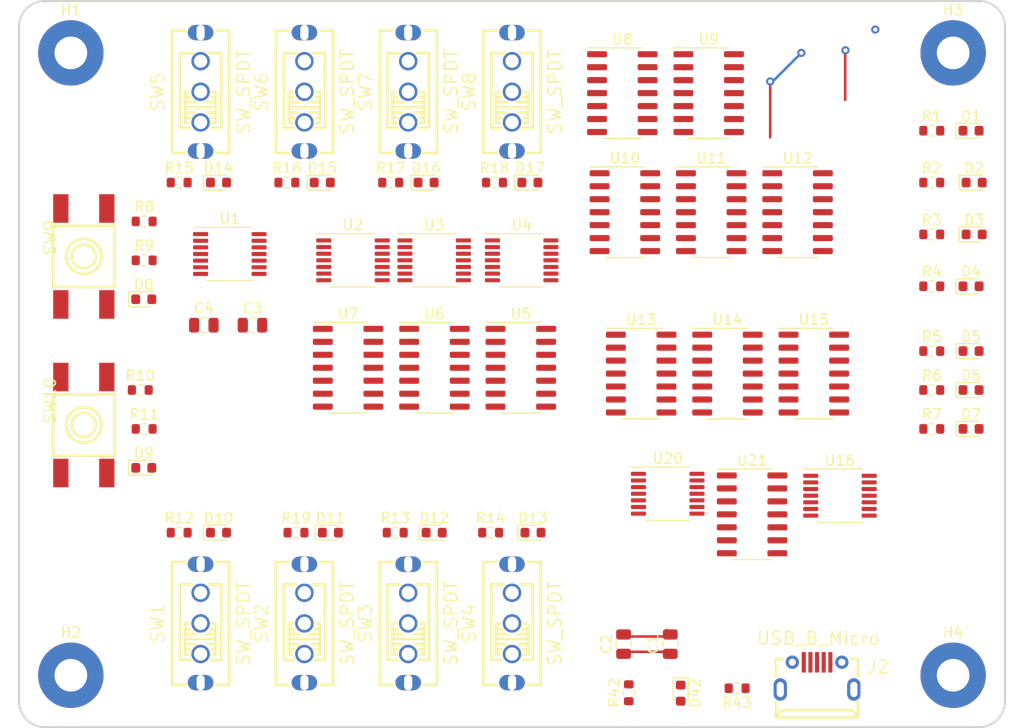
<source format=kicad_pcb>
(kicad_pcb (version 20171130) (host pcbnew 5.1.9-1.fc33)
  (layers (0 F.Cu signal) (1 In1.Cu signal) (2 In2.Cu signal) (31 B.Cu signal) (34 B.Paste user) (35 F.Paste user) (36 B.SilkS user) (37 F.SilkS user) (38 B.Mask user) (39 F.Mask user) (44 Edge.Cuts user))
  (net 0 "")
  (net 1 +5V)
  (net 2 GND)
  (net 3 "Net-(D2-Pad1)")
  (net 4 "Net-(D3-Pad1)")
  (net 5 "Net-(D4-Pad1)")
  (net 6 "Net-(D5-Pad1)")
  (net 7 "Net-(D6-Pad1)")
  (net 8 "Net-(U1-Pad12)")
  (net 9 "Net-(J2-Pad2)")
  (net 10 "Net-(J2-Pad3)")
  (net 11 "Net-(J2-Pad4)")
  (net 12 "Net-(H1-Pad1)")
  (net 13 "Net-(H2-Pad1)")
  (net 14 "Net-(H3-Pad1)")
  (net 15 "Net-(H4-Pad1)")
  (net 16 "Net-(U2-Pad6)")
  (net 17 "Net-(U2-Pad8)")
  (net 18 "Net-(U2-Pad11)")
  (net 19 "Net-(U2-Pad3)")
  (net 20 "Net-(U3-Pad3)")
  (net 21 "Net-(U3-Pad12)")
  (net 22 "Net-(U3-Pad13)")
  (net 23 "Net-(U4-Pad3)")
  (net 24 "Net-(U4-Pad5)")
  (net 25 "Net-(U4-Pad12)")
  (net 26 "Net-(U5-Pad3)")
  (net 27 "Net-(U5-Pad6)")
  (net 28 "Net-(U5-Pad8)")
  (net 29 "Net-(U5-Pad11)")
  (net 30 "Net-(C3-Pad1)")
  (net 31 "Net-(C4-Pad1)")
  (net 32 /SheetOutput/IN_Y0)
  (net 33 "Net-(D1-Pad1)")
  (net 34 /SheetOutput/IN_Y1)
  (net 35 /SheetOutput/IN_Y2)
  (net 36 /SheetOutput/IN_NF)
  (net 37 /SheetOutput/IN_OF)
  (net 38 /SheetOutput/IN_ZF)
  (net 39 "Net-(D7-Pad1)")
  (net 40 /SheetALU/IN_OP0)
  (net 41 "Net-(D8-Pad1)")
  (net 42 /SheetALU/IN_OP1)
  (net 43 "Net-(D9-Pad1)")
  (net 44 /SheetALU/IN_A0)
  (net 45 "Net-(D10-Pad1)")
  (net 46 /SheetALU/IN_A1)
  (net 47 "Net-(D11-Pad1)")
  (net 48 /SheetALU/IN_A2)
  (net 49 "Net-(D12-Pad1)")
  (net 50 /SheetALU/IN_A3)
  (net 51 "Net-(D13-Pad1)")
  (net 52 /SheetALU/IN_B0)
  (net 53 "Net-(D14-Pad1)")
  (net 54 /SheetALU/IN_B1)
  (net 55 "Net-(D15-Pad1)")
  (net 56 /SheetALU/IN_B2)
  (net 57 "Net-(D16-Pad1)")
  (net 58 /SheetALU/IN_B3)
  (net 59 "Net-(D17-Pad1)")
  (net 60 "Net-(D42-Pad2)")
  (net 61 "Net-(U1-Pad2)")
  (net 62 /SheetALU/SheetOperationMux/IN_A1)
  (net 63 /SheetALU/SheetOperationMux/IN_A0)
  (net 64 "Net-(U16-Pad1)")
  (net 65 /SheetALU/SheetOperationMux/IN_A3)
  (net 66 /SheetALU/SheetOperationMux/IN_A2)
  (net 67 "Net-(U6-Pad11)")
  (net 68 "Net-(U6-Pad8)")
  (net 69 "Net-(U6-Pad6)")
  (net 70 "Net-(U6-Pad3)")
  (net 71 "Net-(U16-Pad2)")
  (net 72 /SheetALU/SheetLogic/sheet6027A5E8/IN_A3)
  (net 73 /SheetALU/SheetLogic/sheet6027A5E8/IN_A2)
  (net 74 /SheetALU/SheetLogic/sheet6027A5E8/IN_A1)
  (net 75 /SheetALU/SheetLogic/sheet6027A5E8/IN_A0)
  (net 76 /SheetALU/SheetLogic/sheet6027A5E8/IN_B3)
  (net 77 /SheetALU/SheetLogic/sheet6027A5E8/IN_B2)
  (net 78 /SheetALU/SheetLogic/sheet6027A5E8/IN_B1)
  (net 79 /SheetALU/SheetLogic/sheet6027A5E8/IN_B0)
  (net 80 /SheetALU/SheetLogic/IN_NOT_OR)
  (net 81 "Net-(U10-Pad11)")
  (net 82 "Net-(U10-Pad8)")
  (net 83 "Net-(U10-Pad6)")
  (net 84 "Net-(U10-Pad3)")
  (net 85 "Net-(U11-Pad11)")
  (net 86 "Net-(U11-Pad8)")
  (net 87 "Net-(U11-Pad6)")
  (net 88 "Net-(U11-Pad3)")
  (net 89 /SheetALU/SheetOperationMux/IN_B3)
  (net 90 /SheetALU/SheetOperationMux/IN_B2)
  (net 91 /SheetALU/SheetOperationMux/IN_B1)
  (net 92 /SheetALU/SheetOperationMux/IN_B0)
  (net 93 /SheetALU/SheetOperationMux/IN_NOT_OP)
  (net 94 "Net-(U13-Pad11)")
  (net 95 "Net-(U13-Pad8)")
  (net 96 "Net-(U13-Pad6)")
  (net 97 "Net-(U13-Pad3)")
  (net 98 "Net-(U14-Pad11)")
  (net 99 "Net-(U14-Pad8)")
  (net 100 "Net-(U14-Pad6)")
  (net 101 "Net-(U14-Pad3)")
  (net 102 "Net-(U16-Pad13)")
  (net 103 "Net-(U16-Pad12)")
  (net 104 "Net-(U16-Pad11)")
  (net 105 "Net-(U16-Pad10)")
  (net 106 "Net-(U16-Pad9)")
  (net 107 "Net-(U16-Pad8)")
  (net 108 "Net-(U16-Pad5)")
  (net 109 /SheetALU/SheetAdder/OUT_OF)
  (net 110 "Net-(U20-Pad1)")
  (net 111 "Net-(U21-Pad13)")
  (net 112 "Net-(U21-Pad12)")
  (net 113 "Net-(U21-Pad11)")
  (net 114 "Net-(U21-Pad10)")
  (net 115 "Net-(U21-Pad3)")
  (module Package_SO:SOIC-14_3.9x8.7mm_P1.27mm (layer F.Cu) (at 112.4 75.68)
    (fp_text reference U21 (at 0 -5.28) (layer F.SilkS))
    (fp_text value 74HC32)
    (pad 14 smd roundrect (at 2.475 -3.81) (size 1.95 0.6) (layers F.Cu F.Paste F.Mask) (net 1 +5V))
    (pad 13 smd roundrect (at 2.475 -2.54) (size 1.95 0.6) (layers F.Cu F.Paste F.Mask) (net 111 "Net-(U21-Pad13)"))
    (pad 12 smd roundrect (at 2.475 -1.27) (size 1.95 0.6) (layers F.Cu F.Paste F.Mask) (net 112 "Net-(U21-Pad12)"))
    (pad 11 smd roundrect (at 2.475 0) (size 1.95 0.6) (layers F.Cu F.Paste F.Mask) (net 113 "Net-(U21-Pad11)"))
    (pad 10 smd roundrect (at 2.475 1.27) (size 1.95 0.6) (layers F.Cu F.Paste F.Mask) (net 114 "Net-(U21-Pad10)"))
    (pad 9 smd roundrect (at 2.475 2.54) (size 1.95 0.6) (layers F.Cu F.Paste F.Mask) (net 115 "Net-(U21-Pad3)"))
    (pad 8 smd roundrect (at 2.475 3.81) (size 1.95 0.6) (layers F.Cu F.Paste F.Mask) (net 110 "Net-(U20-Pad1)"))
    (pad 7 smd roundrect (at -2.475 3.81) (size 1.95 0.6) (layers F.Cu F.Paste F.Mask) (net 2 GND))
    (pad 6 smd roundrect (at -2.475 2.54) (size 1.95 0.6) (layers F.Cu F.Paste F.Mask) (net 114 "Net-(U21-Pad10)"))
    (pad 5 smd roundrect (at -2.475 1.27) (size 1.95 0.6) (layers F.Cu F.Paste F.Mask) (net 32 /SheetOutput/IN_Y0))
    (pad 4 smd roundrect (at -2.475 0) (size 1.95 0.6) (layers F.Cu F.Paste F.Mask) (net 34 /SheetOutput/IN_Y1))
    (pad 3 smd roundrect (at -2.475 -1.27) (size 1.95 0.6) (layers F.Cu F.Paste F.Mask) (net 115 "Net-(U21-Pad3)"))
    (pad 2 smd roundrect (at -2.475 -2.54) (size 1.95 0.6) (layers F.Cu F.Paste F.Mask) (net 35 /SheetOutput/IN_Y2))
    (pad 1 smd roundrect (at -2.475 -3.81) (size 1.95 0.6) (layers F.Cu F.Paste F.Mask) (net 36 /SheetOutput/IN_NF))
  )
  (module Package_SO:TSSOP-14_4.4x5mm_P0.65mm (layer F.Cu) (at 104.14 73.66)
    (fp_text reference U20 (at 0 -3.45) (layer F.SilkS))
    (fp_text value 74HC00)
    (pad 14 smd roundrect (at 2.8625 -1.95) (size 1.475 0.4) (layers F.Cu F.Paste F.Mask) (net 1 +5V))
    (pad 13 smd roundrect (at 2.8625 -1.3) (size 1.475 0.4) (layers F.Cu F.Paste F.Mask) (net 93 /SheetALU/SheetOperationMux/IN_NOT_OP))
    (pad 12 smd roundrect (at 2.8625 -0.65) (size 1.475 0.4) (layers F.Cu F.Paste F.Mask) (net 109 /SheetALU/SheetAdder/OUT_OF))
    (pad 11 smd roundrect (at 2.8625 0) (size 1.475 0.4) (layers F.Cu F.Paste F.Mask) (net 108 "Net-(U16-Pad5)"))
    (pad 10 smd roundrect (at 2.8625 0.65) (size 1.475 0.4) (layers F.Cu F.Paste F.Mask) (net 40 /SheetALU/IN_OP0))
    (pad 9 smd roundrect (at 2.8625 1.3) (size 1.475 0.4) (layers F.Cu F.Paste F.Mask) (net 40 /SheetALU/IN_OP0))
    (pad 8 smd roundrect (at 2.8625 1.95) (size 1.475 0.4) (layers F.Cu F.Paste F.Mask) (net 80 /SheetALU/SheetLogic/IN_NOT_OR))
    (pad 7 smd roundrect (at -2.8625 1.95) (size 1.475 0.4) (layers F.Cu F.Paste F.Mask) (net 2 GND))
    (pad 6 smd roundrect (at -2.8625 1.3) (size 1.475 0.4) (layers F.Cu F.Paste F.Mask) (net 93 /SheetALU/SheetOperationMux/IN_NOT_OP))
    (pad 5 smd roundrect (at -2.8625 0.65) (size 1.475 0.4) (layers F.Cu F.Paste F.Mask) (net 42 /SheetALU/IN_OP1))
    (pad 4 smd roundrect (at -2.8625 0) (size 1.475 0.4) (layers F.Cu F.Paste F.Mask) (net 42 /SheetALU/IN_OP1))
    (pad 3 smd roundrect (at -2.8625 -0.65) (size 1.475 0.4) (layers F.Cu F.Paste F.Mask) (net 38 /SheetOutput/IN_ZF))
    (pad 2 smd roundrect (at -2.8625 -1.3) (size 1.475 0.4) (layers F.Cu F.Paste F.Mask) (net 110 "Net-(U20-Pad1)"))
    (pad 1 smd roundrect (at -2.8625 -1.95) (size 1.475 0.4) (layers F.Cu F.Paste F.Mask) (net 110 "Net-(U20-Pad1)"))
  )
  (module Package_SO:TSSOP-14_4.4x5mm_P0.65mm (layer F.Cu) (at 121 73.85)
    (fp_text reference U16 (at 0 -3.45) (layer F.SilkS))
    (fp_text value 74HC86)
    (pad 14 smd roundrect (at 2.8625 -1.95) (size 1.475 0.4) (layers F.Cu F.Paste F.Mask) (net 1 +5V))
    (pad 13 smd roundrect (at 2.8625 -1.3) (size 1.475 0.4) (layers F.Cu F.Paste F.Mask) (net 102 "Net-(U16-Pad13)"))
    (pad 12 smd roundrect (at 2.8625 -0.65) (size 1.475 0.4) (layers F.Cu F.Paste F.Mask) (net 103 "Net-(U16-Pad12)"))
    (pad 11 smd roundrect (at 2.8625 0) (size 1.475 0.4) (layers F.Cu F.Paste F.Mask) (net 104 "Net-(U16-Pad11)"))
    (pad 10 smd roundrect (at 2.8625 0.65) (size 1.475 0.4) (layers F.Cu F.Paste F.Mask) (net 105 "Net-(U16-Pad10)"))
    (pad 9 smd roundrect (at 2.8625 1.3) (size 1.475 0.4) (layers F.Cu F.Paste F.Mask) (net 106 "Net-(U16-Pad9)"))
    (pad 8 smd roundrect (at 2.8625 1.95) (size 1.475 0.4) (layers F.Cu F.Paste F.Mask) (net 107 "Net-(U16-Pad8)"))
    (pad 7 smd roundrect (at -2.8625 1.95) (size 1.475 0.4) (layers F.Cu F.Paste F.Mask) (net 2 GND))
    (pad 6 smd roundrect (at -2.8625 1.3) (size 1.475 0.4) (layers F.Cu F.Paste F.Mask) (net 37 /SheetOutput/IN_OF))
    (pad 5 smd roundrect (at -2.8625 0.65) (size 1.475 0.4) (layers F.Cu F.Paste F.Mask) (net 108 "Net-(U16-Pad5)"))
    (pad 4 smd roundrect (at -2.8625 0) (size 1.475 0.4) (layers F.Cu F.Paste F.Mask) (net 1 +5V))
    (pad 3 smd roundrect (at -2.8625 -0.65) (size 1.475 0.4) (layers F.Cu F.Paste F.Mask) (net 109 /SheetALU/SheetAdder/OUT_OF))
    (pad 2 smd roundrect (at -2.8625 -1.3) (size 1.475 0.4) (layers F.Cu F.Paste F.Mask) (net 71 "Net-(U16-Pad2)"))
    (pad 1 smd roundrect (at -2.8625 -1.95) (size 1.475 0.4) (layers F.Cu F.Paste F.Mask) (net 64 "Net-(U16-Pad1)"))
  )
  (module Package_SO:SOIC-14_3.9x8.7mm_P1.27mm (layer F.Cu) (at 118.44 61.89)
    (fp_text reference U15 (at 0 -5.28) (layer F.SilkS))
    (fp_text value 74HC32)
    (pad 14 smd roundrect (at 2.475 -3.81) (size 1.95 0.6) (layers F.Cu F.Paste F.Mask) (net 1 +5V))
    (pad 13 smd roundrect (at 2.475 -2.54) (size 1.95 0.6) (layers F.Cu F.Paste F.Mask) (net 98 "Net-(U14-Pad11)"))
    (pad 12 smd roundrect (at 2.475 -1.27) (size 1.95 0.6) (layers F.Cu F.Paste F.Mask) (net 94 "Net-(U13-Pad11)"))
    (pad 11 smd roundrect (at 2.475 0) (size 1.95 0.6) (layers F.Cu F.Paste F.Mask) (net 36 /SheetOutput/IN_NF))
    (pad 10 smd roundrect (at 2.475 1.27) (size 1.95 0.6) (layers F.Cu F.Paste F.Mask) (net 99 "Net-(U14-Pad8)"))
    (pad 9 smd roundrect (at 2.475 2.54) (size 1.95 0.6) (layers F.Cu F.Paste F.Mask) (net 95 "Net-(U13-Pad8)"))
    (pad 8 smd roundrect (at 2.475 3.81) (size 1.95 0.6) (layers F.Cu F.Paste F.Mask) (net 35 /SheetOutput/IN_Y2))
    (pad 7 smd roundrect (at -2.475 3.81) (size 1.95 0.6) (layers F.Cu F.Paste F.Mask) (net 2 GND))
    (pad 6 smd roundrect (at -2.475 2.54) (size 1.95 0.6) (layers F.Cu F.Paste F.Mask) (net 34 /SheetOutput/IN_Y1))
    (pad 5 smd roundrect (at -2.475 1.27) (size 1.95 0.6) (layers F.Cu F.Paste F.Mask) (net 100 "Net-(U14-Pad6)"))
    (pad 4 smd roundrect (at -2.475 0) (size 1.95 0.6) (layers F.Cu F.Paste F.Mask) (net 96 "Net-(U13-Pad6)"))
    (pad 3 smd roundrect (at -2.475 -1.27) (size 1.95 0.6) (layers F.Cu F.Paste F.Mask) (net 32 /SheetOutput/IN_Y0))
    (pad 2 smd roundrect (at -2.475 -2.54) (size 1.95 0.6) (layers F.Cu F.Paste F.Mask) (net 101 "Net-(U14-Pad3)"))
    (pad 1 smd roundrect (at -2.475 -3.81) (size 1.95 0.6) (layers F.Cu F.Paste F.Mask) (net 97 "Net-(U13-Pad3)"))
  )
  (module Package_SO:SOIC-14_3.9x8.7mm_P1.27mm (layer F.Cu) (at 109.99 61.89)
    (fp_text reference U14 (at 0 -5.28) (layer F.SilkS))
    (fp_text value 74HC08)
    (pad 14 smd roundrect (at 2.475 -3.81) (size 1.95 0.6) (layers F.Cu F.Paste F.Mask) (net 1 +5V))
    (pad 13 smd roundrect (at 2.475 -2.54) (size 1.95 0.6) (layers F.Cu F.Paste F.Mask) (net 89 /SheetALU/SheetOperationMux/IN_B3))
    (pad 12 smd roundrect (at 2.475 -1.27) (size 1.95 0.6) (layers F.Cu F.Paste F.Mask) (net 42 /SheetALU/IN_OP1))
    (pad 11 smd roundrect (at 2.475 0) (size 1.95 0.6) (layers F.Cu F.Paste F.Mask) (net 98 "Net-(U14-Pad11)"))
    (pad 10 smd roundrect (at 2.475 1.27) (size 1.95 0.6) (layers F.Cu F.Paste F.Mask) (net 90 /SheetALU/SheetOperationMux/IN_B2))
    (pad 9 smd roundrect (at 2.475 2.54) (size 1.95 0.6) (layers F.Cu F.Paste F.Mask) (net 42 /SheetALU/IN_OP1))
    (pad 8 smd roundrect (at 2.475 3.81) (size 1.95 0.6) (layers F.Cu F.Paste F.Mask) (net 99 "Net-(U14-Pad8)"))
    (pad 7 smd roundrect (at -2.475 3.81) (size 1.95 0.6) (layers F.Cu F.Paste F.Mask) (net 2 GND))
    (pad 6 smd roundrect (at -2.475 2.54) (size 1.95 0.6) (layers F.Cu F.Paste F.Mask) (net 100 "Net-(U14-Pad6)"))
    (pad 5 smd roundrect (at -2.475 1.27) (size 1.95 0.6) (layers F.Cu F.Paste F.Mask) (net 91 /SheetALU/SheetOperationMux/IN_B1))
    (pad 4 smd roundrect (at -2.475 0) (size 1.95 0.6) (layers F.Cu F.Paste F.Mask) (net 42 /SheetALU/IN_OP1))
    (pad 3 smd roundrect (at -2.475 -1.27) (size 1.95 0.6) (layers F.Cu F.Paste F.Mask) (net 101 "Net-(U14-Pad3)"))
    (pad 2 smd roundrect (at -2.475 -2.54) (size 1.95 0.6) (layers F.Cu F.Paste F.Mask) (net 92 /SheetALU/SheetOperationMux/IN_B0))
    (pad 1 smd roundrect (at -2.475 -3.81) (size 1.95 0.6) (layers F.Cu F.Paste F.Mask) (net 42 /SheetALU/IN_OP1))
  )
  (module Package_SO:SOIC-14_3.9x8.7mm_P1.27mm (layer F.Cu) (at 101.54 61.89)
    (fp_text reference U13 (at 0 -5.28) (layer F.SilkS))
    (fp_text value 74HC08)
    (pad 14 smd roundrect (at 2.475 -3.81) (size 1.95 0.6) (layers F.Cu F.Paste F.Mask) (net 1 +5V))
    (pad 13 smd roundrect (at 2.475 -2.54) (size 1.95 0.6) (layers F.Cu F.Paste F.Mask) (net 93 /SheetALU/SheetOperationMux/IN_NOT_OP))
    (pad 12 smd roundrect (at 2.475 -1.27) (size 1.95 0.6) (layers F.Cu F.Paste F.Mask) (net 65 /SheetALU/SheetOperationMux/IN_A3))
    (pad 11 smd roundrect (at 2.475 0) (size 1.95 0.6) (layers F.Cu F.Paste F.Mask) (net 94 "Net-(U13-Pad11)"))
    (pad 10 smd roundrect (at 2.475 1.27) (size 1.95 0.6) (layers F.Cu F.Paste F.Mask) (net 93 /SheetALU/SheetOperationMux/IN_NOT_OP))
    (pad 9 smd roundrect (at 2.475 2.54) (size 1.95 0.6) (layers F.Cu F.Paste F.Mask) (net 66 /SheetALU/SheetOperationMux/IN_A2))
    (pad 8 smd roundrect (at 2.475 3.81) (size 1.95 0.6) (layers F.Cu F.Paste F.Mask) (net 95 "Net-(U13-Pad8)"))
    (pad 7 smd roundrect (at -2.475 3.81) (size 1.95 0.6) (layers F.Cu F.Paste F.Mask) (net 2 GND))
    (pad 6 smd roundrect (at -2.475 2.54) (size 1.95 0.6) (layers F.Cu F.Paste F.Mask) (net 96 "Net-(U13-Pad6)"))
    (pad 5 smd roundrect (at -2.475 1.27) (size 1.95 0.6) (layers F.Cu F.Paste F.Mask) (net 93 /SheetALU/SheetOperationMux/IN_NOT_OP))
    (pad 4 smd roundrect (at -2.475 0) (size 1.95 0.6) (layers F.Cu F.Paste F.Mask) (net 62 /SheetALU/SheetOperationMux/IN_A1))
    (pad 3 smd roundrect (at -2.475 -1.27) (size 1.95 0.6) (layers F.Cu F.Paste F.Mask) (net 97 "Net-(U13-Pad3)"))
    (pad 2 smd roundrect (at -2.475 -2.54) (size 1.95 0.6) (layers F.Cu F.Paste F.Mask) (net 93 /SheetALU/SheetOperationMux/IN_NOT_OP))
    (pad 1 smd roundrect (at -2.475 -3.81) (size 1.95 0.6) (layers F.Cu F.Paste F.Mask) (net 63 /SheetALU/SheetOperationMux/IN_A0))
  )
  (module Package_SO:SOIC-14_3.9x8.7mm_P1.27mm (layer F.Cu) (at 116.85 46.08)
    (fp_text reference U12 (at 0 -5.28) (layer F.SilkS))
    (fp_text value 74HC32)
    (pad 14 smd roundrect (at 2.475 -3.81) (size 1.95 0.6) (layers F.Cu F.Paste F.Mask) (net 1 +5V))
    (pad 13 smd roundrect (at 2.475 -2.54) (size 1.95 0.6) (layers F.Cu F.Paste F.Mask) (net 85 "Net-(U11-Pad11)"))
    (pad 12 smd roundrect (at 2.475 -1.27) (size 1.95 0.6) (layers F.Cu F.Paste F.Mask) (net 81 "Net-(U10-Pad11)"))
    (pad 11 smd roundrect (at 2.475 0) (size 1.95 0.6) (layers F.Cu F.Paste F.Mask) (net 89 /SheetALU/SheetOperationMux/IN_B3))
    (pad 10 smd roundrect (at 2.475 1.27) (size 1.95 0.6) (layers F.Cu F.Paste F.Mask) (net 86 "Net-(U11-Pad8)"))
    (pad 9 smd roundrect (at 2.475 2.54) (size 1.95 0.6) (layers F.Cu F.Paste F.Mask) (net 82 "Net-(U10-Pad8)"))
    (pad 8 smd roundrect (at 2.475 3.81) (size 1.95 0.6) (layers F.Cu F.Paste F.Mask) (net 90 /SheetALU/SheetOperationMux/IN_B2))
    (pad 7 smd roundrect (at -2.475 3.81) (size 1.95 0.6) (layers F.Cu F.Paste F.Mask) (net 2 GND))
    (pad 6 smd roundrect (at -2.475 2.54) (size 1.95 0.6) (layers F.Cu F.Paste F.Mask) (net 91 /SheetALU/SheetOperationMux/IN_B1))
    (pad 5 smd roundrect (at -2.475 1.27) (size 1.95 0.6) (layers F.Cu F.Paste F.Mask) (net 87 "Net-(U11-Pad6)"))
    (pad 4 smd roundrect (at -2.475 0) (size 1.95 0.6) (layers F.Cu F.Paste F.Mask) (net 83 "Net-(U10-Pad6)"))
    (pad 3 smd roundrect (at -2.475 -1.27) (size 1.95 0.6) (layers F.Cu F.Paste F.Mask) (net 92 /SheetALU/SheetOperationMux/IN_B0))
    (pad 2 smd roundrect (at -2.475 -2.54) (size 1.95 0.6) (layers F.Cu F.Paste F.Mask) (net 88 "Net-(U11-Pad3)"))
    (pad 1 smd roundrect (at -2.475 -3.81) (size 1.95 0.6) (layers F.Cu F.Paste F.Mask) (net 84 "Net-(U10-Pad3)"))
  )
  (module Package_SO:SOIC-14_3.9x8.7mm_P1.27mm (layer F.Cu) (at 108.4 46.08)
    (fp_text reference U11 (at 0 -5.28) (layer F.SilkS))
    (fp_text value 74HC08)
    (pad 14 smd roundrect (at 2.475 -3.81) (size 1.95 0.6) (layers F.Cu F.Paste F.Mask) (net 1 +5V))
    (pad 13 smd roundrect (at 2.475 -2.54) (size 1.95 0.6) (layers F.Cu F.Paste F.Mask) (net 76 /SheetALU/SheetLogic/sheet6027A5E8/IN_B3))
    (pad 12 smd roundrect (at 2.475 -1.27) (size 1.95 0.6) (layers F.Cu F.Paste F.Mask) (net 40 /SheetALU/IN_OP0))
    (pad 11 smd roundrect (at 2.475 0) (size 1.95 0.6) (layers F.Cu F.Paste F.Mask) (net 85 "Net-(U11-Pad11)"))
    (pad 10 smd roundrect (at 2.475 1.27) (size 1.95 0.6) (layers F.Cu F.Paste F.Mask) (net 77 /SheetALU/SheetLogic/sheet6027A5E8/IN_B2))
    (pad 9 smd roundrect (at 2.475 2.54) (size 1.95 0.6) (layers F.Cu F.Paste F.Mask) (net 40 /SheetALU/IN_OP0))
    (pad 8 smd roundrect (at 2.475 3.81) (size 1.95 0.6) (layers F.Cu F.Paste F.Mask) (net 86 "Net-(U11-Pad8)"))
    (pad 7 smd roundrect (at -2.475 3.81) (size 1.95 0.6) (layers F.Cu F.Paste F.Mask) (net 2 GND))
    (pad 6 smd roundrect (at -2.475 2.54) (size 1.95 0.6) (layers F.Cu F.Paste F.Mask) (net 87 "Net-(U11-Pad6)"))
    (pad 5 smd roundrect (at -2.475 1.27) (size 1.95 0.6) (layers F.Cu F.Paste F.Mask) (net 78 /SheetALU/SheetLogic/sheet6027A5E8/IN_B1))
    (pad 4 smd roundrect (at -2.475 0) (size 1.95 0.6) (layers F.Cu F.Paste F.Mask) (net 40 /SheetALU/IN_OP0))
    (pad 3 smd roundrect (at -2.475 -1.27) (size 1.95 0.6) (layers F.Cu F.Paste F.Mask) (net 88 "Net-(U11-Pad3)"))
    (pad 2 smd roundrect (at -2.475 -2.54) (size 1.95 0.6) (layers F.Cu F.Paste F.Mask) (net 79 /SheetALU/SheetLogic/sheet6027A5E8/IN_B0))
    (pad 1 smd roundrect (at -2.475 -3.81) (size 1.95 0.6) (layers F.Cu F.Paste F.Mask) (net 40 /SheetALU/IN_OP0))
  )
  (module Package_SO:SOIC-14_3.9x8.7mm_P1.27mm (layer F.Cu) (at 99.95 46.08)
    (fp_text reference U10 (at 0 -5.28) (layer F.SilkS))
    (fp_text value 74HC08)
    (pad 14 smd roundrect (at 2.475 -3.81) (size 1.95 0.6) (layers F.Cu F.Paste F.Mask) (net 1 +5V))
    (pad 13 smd roundrect (at 2.475 -2.54) (size 1.95 0.6) (layers F.Cu F.Paste F.Mask) (net 80 /SheetALU/SheetLogic/IN_NOT_OR))
    (pad 12 smd roundrect (at 2.475 -1.27) (size 1.95 0.6) (layers F.Cu F.Paste F.Mask) (net 72 /SheetALU/SheetLogic/sheet6027A5E8/IN_A3))
    (pad 11 smd roundrect (at 2.475 0) (size 1.95 0.6) (layers F.Cu F.Paste F.Mask) (net 81 "Net-(U10-Pad11)"))
    (pad 10 smd roundrect (at 2.475 1.27) (size 1.95 0.6) (layers F.Cu F.Paste F.Mask) (net 80 /SheetALU/SheetLogic/IN_NOT_OR))
    (pad 9 smd roundrect (at 2.475 2.54) (size 1.95 0.6) (layers F.Cu F.Paste F.Mask) (net 73 /SheetALU/SheetLogic/sheet6027A5E8/IN_A2))
    (pad 8 smd roundrect (at 2.475 3.81) (size 1.95 0.6) (layers F.Cu F.Paste F.Mask) (net 82 "Net-(U10-Pad8)"))
    (pad 7 smd roundrect (at -2.475 3.81) (size 1.95 0.6) (layers F.Cu F.Paste F.Mask) (net 2 GND))
    (pad 6 smd roundrect (at -2.475 2.54) (size 1.95 0.6) (layers F.Cu F.Paste F.Mask) (net 83 "Net-(U10-Pad6)"))
    (pad 5 smd roundrect (at -2.475 1.27) (size 1.95 0.6) (layers F.Cu F.Paste F.Mask) (net 80 /SheetALU/SheetLogic/IN_NOT_OR))
    (pad 4 smd roundrect (at -2.475 0) (size 1.95 0.6) (layers F.Cu F.Paste F.Mask) (net 74 /SheetALU/SheetLogic/sheet6027A5E8/IN_A1))
    (pad 3 smd roundrect (at -2.475 -1.27) (size 1.95 0.6) (layers F.Cu F.Paste F.Mask) (net 84 "Net-(U10-Pad3)"))
    (pad 2 smd roundrect (at -2.475 -2.54) (size 1.95 0.6) (layers F.Cu F.Paste F.Mask) (net 80 /SheetALU/SheetLogic/IN_NOT_OR))
    (pad 1 smd roundrect (at -2.475 -3.81) (size 1.95 0.6) (layers F.Cu F.Paste F.Mask) (net 75 /SheetALU/SheetLogic/sheet6027A5E8/IN_A0))
  )
  (module Package_SO:SOIC-14_3.9x8.7mm_P1.27mm (layer F.Cu) (at 108.15 34.42)
    (fp_text reference U9 (at 0 -5.28) (layer F.SilkS))
    (fp_text value 74HC32)
    (pad 14 smd roundrect (at 2.475 -3.81) (size 1.95 0.6) (layers F.Cu F.Paste F.Mask) (net 1 +5V))
    (pad 13 smd roundrect (at 2.475 -2.54) (size 1.95 0.6) (layers F.Cu F.Paste F.Mask) (net 58 /SheetALU/IN_B3))
    (pad 12 smd roundrect (at 2.475 -1.27) (size 1.95 0.6) (layers F.Cu F.Paste F.Mask) (net 50 /SheetALU/IN_A3))
    (pad 11 smd roundrect (at 2.475 0) (size 1.95 0.6) (layers F.Cu F.Paste F.Mask) (net 76 /SheetALU/SheetLogic/sheet6027A5E8/IN_B3))
    (pad 10 smd roundrect (at 2.475 1.27) (size 1.95 0.6) (layers F.Cu F.Paste F.Mask) (net 56 /SheetALU/IN_B2))
    (pad 9 smd roundrect (at 2.475 2.54) (size 1.95 0.6) (layers F.Cu F.Paste F.Mask) (net 48 /SheetALU/IN_A2))
    (pad 8 smd roundrect (at 2.475 3.81) (size 1.95 0.6) (layers F.Cu F.Paste F.Mask) (net 77 /SheetALU/SheetLogic/sheet6027A5E8/IN_B2))
    (pad 7 smd roundrect (at -2.475 3.81) (size 1.95 0.6) (layers F.Cu F.Paste F.Mask) (net 2 GND))
    (pad 6 smd roundrect (at -2.475 2.54) (size 1.95 0.6) (layers F.Cu F.Paste F.Mask) (net 78 /SheetALU/SheetLogic/sheet6027A5E8/IN_B1))
    (pad 5 smd roundrect (at -2.475 1.27) (size 1.95 0.6) (layers F.Cu F.Paste F.Mask) (net 54 /SheetALU/IN_B1))
    (pad 4 smd roundrect (at -2.475 0) (size 1.95 0.6) (layers F.Cu F.Paste F.Mask) (net 46 /SheetALU/IN_A1))
    (pad 3 smd roundrect (at -2.475 -1.27) (size 1.95 0.6) (layers F.Cu F.Paste F.Mask) (net 79 /SheetALU/SheetLogic/sheet6027A5E8/IN_B0))
    (pad 2 smd roundrect (at -2.475 -2.54) (size 1.95 0.6) (layers F.Cu F.Paste F.Mask) (net 52 /SheetALU/IN_B0))
    (pad 1 smd roundrect (at -2.475 -3.81) (size 1.95 0.6) (layers F.Cu F.Paste F.Mask) (net 44 /SheetALU/IN_A0))
  )
  (module Package_SO:SOIC-14_3.9x8.7mm_P1.27mm (layer F.Cu) (at 99.7 34.42)
    (fp_text reference U8 (at 0 -5.28) (layer F.SilkS))
    (fp_text value 74HC08)
    (pad 14 smd roundrect (at 2.475 -3.81) (size 1.95 0.6) (layers F.Cu F.Paste F.Mask) (net 1 +5V))
    (pad 13 smd roundrect (at 2.475 -2.54) (size 1.95 0.6) (layers F.Cu F.Paste F.Mask) (net 58 /SheetALU/IN_B3))
    (pad 12 smd roundrect (at 2.475 -1.27) (size 1.95 0.6) (layers F.Cu F.Paste F.Mask) (net 50 /SheetALU/IN_A3))
    (pad 11 smd roundrect (at 2.475 0) (size 1.95 0.6) (layers F.Cu F.Paste F.Mask) (net 72 /SheetALU/SheetLogic/sheet6027A5E8/IN_A3))
    (pad 10 smd roundrect (at 2.475 1.27) (size 1.95 0.6) (layers F.Cu F.Paste F.Mask) (net 56 /SheetALU/IN_B2))
    (pad 9 smd roundrect (at 2.475 2.54) (size 1.95 0.6) (layers F.Cu F.Paste F.Mask) (net 48 /SheetALU/IN_A2))
    (pad 8 smd roundrect (at 2.475 3.81) (size 1.95 0.6) (layers F.Cu F.Paste F.Mask) (net 73 /SheetALU/SheetLogic/sheet6027A5E8/IN_A2))
    (pad 7 smd roundrect (at -2.475 3.81) (size 1.95 0.6) (layers F.Cu F.Paste F.Mask) (net 2 GND))
    (pad 6 smd roundrect (at -2.475 2.54) (size 1.95 0.6) (layers F.Cu F.Paste F.Mask) (net 74 /SheetALU/SheetLogic/sheet6027A5E8/IN_A1))
    (pad 5 smd roundrect (at -2.475 1.27) (size 1.95 0.6) (layers F.Cu F.Paste F.Mask) (net 54 /SheetALU/IN_B1))
    (pad 4 smd roundrect (at -2.475 0) (size 1.95 0.6) (layers F.Cu F.Paste F.Mask) (net 46 /SheetALU/IN_A1))
    (pad 3 smd roundrect (at -2.475 -1.27) (size 1.95 0.6) (layers F.Cu F.Paste F.Mask) (net 75 /SheetALU/SheetLogic/sheet6027A5E8/IN_A0))
    (pad 2 smd roundrect (at -2.475 -2.54) (size 1.95 0.6) (layers F.Cu F.Paste F.Mask) (net 52 /SheetALU/IN_B0))
    (pad 1 smd roundrect (at -2.475 -3.81) (size 1.95 0.6) (layers F.Cu F.Paste F.Mask) (net 44 /SheetALU/IN_A0))
  )
  (module Package_SO:SOIC-14_3.9x8.7mm_P1.27mm (layer F.Cu) (at 72.86 61.32)
    (fp_text reference U7 (at 0 -5.28) (layer F.SilkS))
    (fp_text value 74HC32)
    (pad 14 smd roundrect (at 2.475 -3.81) (size 1.95 0.6) (layers F.Cu F.Paste F.Mask) (net 1 +5V))
    (pad 13 smd roundrect (at 2.475 -2.54) (size 1.95 0.6) (layers F.Cu F.Paste F.Mask) (net 67 "Net-(U6-Pad11)"))
    (pad 12 smd roundrect (at 2.475 -1.27) (size 1.95 0.6) (layers F.Cu F.Paste F.Mask) (net 68 "Net-(U6-Pad8)"))
    (pad 11 smd roundrect (at 2.475 0) (size 1.95 0.6) (layers F.Cu F.Paste F.Mask) (net 71 "Net-(U16-Pad2)"))
    (pad 10 smd roundrect (at 2.475 1.27) (size 1.95 0.6) (layers F.Cu F.Paste F.Mask) (net 69 "Net-(U6-Pad6)"))
    (pad 9 smd roundrect (at 2.475 2.54) (size 1.95 0.6) (layers F.Cu F.Paste F.Mask) (net 70 "Net-(U6-Pad3)"))
    (pad 8 smd roundrect (at 2.475 3.81) (size 1.95 0.6) (layers F.Cu F.Paste F.Mask) (net 64 "Net-(U16-Pad1)"))
    (pad 7 smd roundrect (at -2.475 3.81) (size 1.95 0.6) (layers F.Cu F.Paste F.Mask) (net 2 GND))
    (pad 6 smd roundrect (at -2.475 2.54) (size 1.95 0.6) (layers F.Cu F.Paste F.Mask) (net 24 "Net-(U4-Pad5)"))
    (pad 5 smd roundrect (at -2.475 1.27) (size 1.95 0.6) (layers F.Cu F.Paste F.Mask) (net 29 "Net-(U5-Pad11)"))
    (pad 4 smd roundrect (at -2.475 0) (size 1.95 0.6) (layers F.Cu F.Paste F.Mask) (net 28 "Net-(U5-Pad8)"))
    (pad 3 smd roundrect (at -2.475 -1.27) (size 1.95 0.6) (layers F.Cu F.Paste F.Mask) (net 22 "Net-(U3-Pad13)"))
    (pad 2 smd roundrect (at -2.475 -2.54) (size 1.95 0.6) (layers F.Cu F.Paste F.Mask) (net 27 "Net-(U5-Pad6)"))
    (pad 1 smd roundrect (at -2.475 -3.81) (size 1.95 0.6) (layers F.Cu F.Paste F.Mask) (net 26 "Net-(U5-Pad3)"))
  )
  (module Package_SO:SOIC-14_3.9x8.7mm_P1.27mm (layer F.Cu) (at 81.31 61.32)
    (fp_text reference U6 (at 0 -5.28) (layer F.SilkS))
    (fp_text value 74HC08)
    (pad 14 smd roundrect (at 2.475 -3.81) (size 1.95 0.6) (layers F.Cu F.Paste F.Mask) (net 1 +5V))
    (pad 13 smd roundrect (at 2.475 -2.54) (size 1.95 0.6) (layers F.Cu F.Paste F.Mask) (net 50 /SheetALU/IN_A3))
    (pad 12 smd roundrect (at 2.475 -1.27) (size 1.95 0.6) (layers F.Cu F.Paste F.Mask) (net 18 "Net-(U2-Pad11)"))
    (pad 11 smd roundrect (at 2.475 0) (size 1.95 0.6) (layers F.Cu F.Paste F.Mask) (net 67 "Net-(U6-Pad11)"))
    (pad 10 smd roundrect (at 2.475 1.27) (size 1.95 0.6) (layers F.Cu F.Paste F.Mask) (net 25 "Net-(U4-Pad12)"))
    (pad 9 smd roundrect (at 2.475 2.54) (size 1.95 0.6) (layers F.Cu F.Paste F.Mask) (net 64 "Net-(U16-Pad1)"))
    (pad 8 smd roundrect (at 2.475 3.81) (size 1.95 0.6) (layers F.Cu F.Paste F.Mask) (net 68 "Net-(U6-Pad8)"))
    (pad 7 smd roundrect (at -2.475 3.81) (size 1.95 0.6) (layers F.Cu F.Paste F.Mask) (net 2 GND))
    (pad 6 smd roundrect (at -2.475 2.54) (size 1.95 0.6) (layers F.Cu F.Paste F.Mask) (net 69 "Net-(U6-Pad6)"))
    (pad 5 smd roundrect (at -2.475 1.27) (size 1.95 0.6) (layers F.Cu F.Paste F.Mask) (net 48 /SheetALU/IN_A2))
    (pad 4 smd roundrect (at -2.475 0) (size 1.95 0.6) (layers F.Cu F.Paste F.Mask) (net 17 "Net-(U2-Pad8)"))
    (pad 3 smd roundrect (at -2.475 -1.27) (size 1.95 0.6) (layers F.Cu F.Paste F.Mask) (net 70 "Net-(U6-Pad3)"))
    (pad 2 smd roundrect (at -2.475 -2.54) (size 1.95 0.6) (layers F.Cu F.Paste F.Mask) (net 23 "Net-(U4-Pad3)"))
    (pad 1 smd roundrect (at -2.475 -3.81) (size 1.95 0.6) (layers F.Cu F.Paste F.Mask) (net 24 "Net-(U4-Pad5)"))
  )
  (module Package_SO:SOIC-14_3.9x8.7mm_P1.27mm (layer F.Cu) (at 89.76 61.32)
    (fp_text reference U5 (at 0 -5.28) (layer F.SilkS))
    (fp_text value 74HC08)
    (pad 14 smd roundrect (at 2.475 -3.81) (size 1.95 0.6) (layers F.Cu F.Paste F.Mask) (net 1 +5V))
    (pad 13 smd roundrect (at 2.475 -2.54) (size 1.95 0.6) (layers F.Cu F.Paste F.Mask) (net 46 /SheetALU/IN_A1))
    (pad 12 smd roundrect (at 2.475 -1.27) (size 1.95 0.6) (layers F.Cu F.Paste F.Mask) (net 16 "Net-(U2-Pad6)"))
    (pad 11 smd roundrect (at 2.475 0) (size 1.95 0.6) (layers F.Cu F.Paste F.Mask) (net 29 "Net-(U5-Pad11)"))
    (pad 10 smd roundrect (at 2.475 1.27) (size 1.95 0.6) (layers F.Cu F.Paste F.Mask) (net 21 "Net-(U3-Pad12)"))
    (pad 9 smd roundrect (at 2.475 2.54) (size 1.95 0.6) (layers F.Cu F.Paste F.Mask) (net 22 "Net-(U3-Pad13)"))
    (pad 8 smd roundrect (at 2.475 3.81) (size 1.95 0.6) (layers F.Cu F.Paste F.Mask) (net 28 "Net-(U5-Pad8)"))
    (pad 7 smd roundrect (at -2.475 3.81) (size 1.95 0.6) (layers F.Cu F.Paste F.Mask) (net 2 GND))
    (pad 6 smd roundrect (at -2.475 2.54) (size 1.95 0.6) (layers F.Cu F.Paste F.Mask) (net 27 "Net-(U5-Pad6)"))
    (pad 5 smd roundrect (at -2.475 1.27) (size 1.95 0.6) (layers F.Cu F.Paste F.Mask) (net 44 /SheetALU/IN_A0))
    (pad 4 smd roundrect (at -2.475 0) (size 1.95 0.6) (layers F.Cu F.Paste F.Mask) (net 19 "Net-(U2-Pad3)"))
    (pad 3 smd roundrect (at -2.475 -1.27) (size 1.95 0.6) (layers F.Cu F.Paste F.Mask) (net 26 "Net-(U5-Pad3)"))
    (pad 2 smd roundrect (at -2.475 -2.54) (size 1.95 0.6) (layers F.Cu F.Paste F.Mask) (net 20 "Net-(U3-Pad3)"))
    (pad 1 smd roundrect (at -2.475 -3.81) (size 1.95 0.6) (layers F.Cu F.Paste F.Mask) (net 40 /SheetALU/IN_OP0))
  )
  (module Package_SO:TSSOP-14_4.4x5mm_P0.65mm (layer F.Cu) (at 89.8475 50.8)
    (fp_text reference U4 (at 0 -3.45) (layer F.SilkS))
    (fp_text value 74HC86)
    (pad 14 smd roundrect (at 2.8625 -1.95) (size 1.475 0.4) (layers F.Cu F.Paste F.Mask) (net 1 +5V))
    (pad 13 smd roundrect (at 2.8625 -1.3) (size 1.475 0.4) (layers F.Cu F.Paste F.Mask) (net 64 "Net-(U16-Pad1)"))
    (pad 12 smd roundrect (at 2.8625 -0.65) (size 1.475 0.4) (layers F.Cu F.Paste F.Mask) (net 25 "Net-(U4-Pad12)"))
    (pad 11 smd roundrect (at 2.8625 0) (size 1.475 0.4) (layers F.Cu F.Paste F.Mask) (net 65 /SheetALU/SheetOperationMux/IN_A3))
    (pad 10 smd roundrect (at 2.8625 0.65) (size 1.475 0.4) (layers F.Cu F.Paste F.Mask) (net 18 "Net-(U2-Pad11)"))
    (pad 9 smd roundrect (at 2.8625 1.3) (size 1.475 0.4) (layers F.Cu F.Paste F.Mask) (net 50 /SheetALU/IN_A3))
    (pad 8 smd roundrect (at 2.8625 1.95) (size 1.475 0.4) (layers F.Cu F.Paste F.Mask) (net 25 "Net-(U4-Pad12)"))
    (pad 7 smd roundrect (at -2.8625 1.95) (size 1.475 0.4) (layers F.Cu F.Paste F.Mask) (net 2 GND))
    (pad 6 smd roundrect (at -2.8625 1.3) (size 1.475 0.4) (layers F.Cu F.Paste F.Mask) (net 66 /SheetALU/SheetOperationMux/IN_A2))
    (pad 5 smd roundrect (at -2.8625 0.65) (size 1.475 0.4) (layers F.Cu F.Paste F.Mask) (net 24 "Net-(U4-Pad5)"))
    (pad 4 smd roundrect (at -2.8625 0) (size 1.475 0.4) (layers F.Cu F.Paste F.Mask) (net 23 "Net-(U4-Pad3)"))
    (pad 3 smd roundrect (at -2.8625 -0.65) (size 1.475 0.4) (layers F.Cu F.Paste F.Mask) (net 23 "Net-(U4-Pad3)"))
    (pad 2 smd roundrect (at -2.8625 -1.3) (size 1.475 0.4) (layers F.Cu F.Paste F.Mask) (net 17 "Net-(U2-Pad8)"))
    (pad 1 smd roundrect (at -2.8625 -1.95) (size 1.475 0.4) (layers F.Cu F.Paste F.Mask) (net 48 /SheetALU/IN_A2))
  )
  (module Package_SO:TSSOP-14_4.4x5mm_P0.65mm (layer F.Cu) (at 81.28 50.8)
    (fp_text reference U3 (at 0 -3.45) (layer F.SilkS))
    (fp_text value 74HC86)
    (pad 14 smd roundrect (at 2.8625 -1.95) (size 1.475 0.4) (layers F.Cu F.Paste F.Mask) (net 1 +5V))
    (pad 13 smd roundrect (at 2.8625 -1.3) (size 1.475 0.4) (layers F.Cu F.Paste F.Mask) (net 22 "Net-(U3-Pad13)"))
    (pad 12 smd roundrect (at 2.8625 -0.65) (size 1.475 0.4) (layers F.Cu F.Paste F.Mask) (net 21 "Net-(U3-Pad12)"))
    (pad 11 smd roundrect (at 2.8625 0) (size 1.475 0.4) (layers F.Cu F.Paste F.Mask) (net 62 /SheetALU/SheetOperationMux/IN_A1))
    (pad 10 smd roundrect (at 2.8625 0.65) (size 1.475 0.4) (layers F.Cu F.Paste F.Mask) (net 16 "Net-(U2-Pad6)"))
    (pad 9 smd roundrect (at 2.8625 1.3) (size 1.475 0.4) (layers F.Cu F.Paste F.Mask) (net 46 /SheetALU/IN_A1))
    (pad 8 smd roundrect (at 2.8625 1.95) (size 1.475 0.4) (layers F.Cu F.Paste F.Mask) (net 21 "Net-(U3-Pad12)"))
    (pad 7 smd roundrect (at -2.8625 1.95) (size 1.475 0.4) (layers F.Cu F.Paste F.Mask) (net 2 GND))
    (pad 6 smd roundrect (at -2.8625 1.3) (size 1.475 0.4) (layers F.Cu F.Paste F.Mask) (net 63 /SheetALU/SheetOperationMux/IN_A0))
    (pad 5 smd roundrect (at -2.8625 0.65) (size 1.475 0.4) (layers F.Cu F.Paste F.Mask) (net 40 /SheetALU/IN_OP0))
    (pad 4 smd roundrect (at -2.8625 0) (size 1.475 0.4) (layers F.Cu F.Paste F.Mask) (net 20 "Net-(U3-Pad3)"))
    (pad 3 smd roundrect (at -2.8625 -0.65) (size 1.475 0.4) (layers F.Cu F.Paste F.Mask) (net 20 "Net-(U3-Pad3)"))
    (pad 2 smd roundrect (at -2.8625 -1.3) (size 1.475 0.4) (layers F.Cu F.Paste F.Mask) (net 19 "Net-(U2-Pad3)"))
    (pad 1 smd roundrect (at -2.8625 -1.95) (size 1.475 0.4) (layers F.Cu F.Paste F.Mask) (net 44 /SheetALU/IN_A0))
  )
  (module Package_SO:TSSOP-14_4.4x5mm_P0.65mm (layer F.Cu) (at 73.3375 50.8)
    (fp_text reference U2 (at 0 -3.45) (layer F.SilkS))
    (fp_text value 74HC86)
    (pad 14 smd roundrect (at 2.8625 -1.95) (size 1.475 0.4) (layers F.Cu F.Paste F.Mask) (net 1 +5V))
    (pad 13 smd roundrect (at 2.8625 -1.3) (size 1.475 0.4) (layers F.Cu F.Paste F.Mask) (net 58 /SheetALU/IN_B3))
    (pad 12 smd roundrect (at 2.8625 -0.65) (size 1.475 0.4) (layers F.Cu F.Paste F.Mask) (net 40 /SheetALU/IN_OP0))
    (pad 11 smd roundrect (at 2.8625 0) (size 1.475 0.4) (layers F.Cu F.Paste F.Mask) (net 18 "Net-(U2-Pad11)"))
    (pad 10 smd roundrect (at 2.8625 0.65) (size 1.475 0.4) (layers F.Cu F.Paste F.Mask) (net 56 /SheetALU/IN_B2))
    (pad 9 smd roundrect (at 2.8625 1.3) (size 1.475 0.4) (layers F.Cu F.Paste F.Mask) (net 40 /SheetALU/IN_OP0))
    (pad 8 smd roundrect (at 2.8625 1.95) (size 1.475 0.4) (layers F.Cu F.Paste F.Mask) (net 17 "Net-(U2-Pad8)"))
    (pad 7 smd roundrect (at -2.8625 1.95) (size 1.475 0.4) (layers F.Cu F.Paste F.Mask) (net 2 GND))
    (pad 6 smd roundrect (at -2.8625 1.3) (size 1.475 0.4) (layers F.Cu F.Paste F.Mask) (net 16 "Net-(U2-Pad6)"))
    (pad 5 smd roundrect (at -2.8625 0.65) (size 1.475 0.4) (layers F.Cu F.Paste F.Mask) (net 54 /SheetALU/IN_B1))
    (pad 4 smd roundrect (at -2.8625 0) (size 1.475 0.4) (layers F.Cu F.Paste F.Mask) (net 40 /SheetALU/IN_OP0))
    (pad 3 smd roundrect (at -2.8625 -0.65) (size 1.475 0.4) (layers F.Cu F.Paste F.Mask) (net 19 "Net-(U2-Pad3)"))
    (pad 2 smd roundrect (at -2.8625 -1.3) (size 1.475 0.4) (layers F.Cu F.Paste F.Mask) (net 52 /SheetALU/IN_B0))
    (pad 1 smd roundrect (at -2.8625 -1.95) (size 1.475 0.4) (layers F.Cu F.Paste F.Mask) (net 40 /SheetALU/IN_OP0))
  )
  (module Package_SO:TSSOP-14_4.4x5mm_P0.65mm (layer F.Cu) (at 61.2825 50.18)
    (fp_text reference U1 (at 0 -3.45) (layer F.SilkS))
    (fp_text value 74HC74)
    (pad 14 smd roundrect (at 2.8625 -1.95) (size 1.475 0.4) (layers F.Cu F.Paste F.Mask) (net 1 +5V))
    (pad 13 smd roundrect (at 2.8625 -1.3) (size 1.475 0.4) (layers F.Cu F.Paste F.Mask) (net 2 GND))
    (pad 12 smd roundrect (at 2.8625 -0.65) (size 1.475 0.4) (layers F.Cu F.Paste F.Mask) (net 8 "Net-(U1-Pad12)"))
    (pad 11 smd roundrect (at 2.8625 0) (size 1.475 0.4) (layers F.Cu F.Paste F.Mask) (net 31 "Net-(C4-Pad1)"))
    (pad 10 smd roundrect (at 2.8625 0.65) (size 1.475 0.4) (layers F.Cu F.Paste F.Mask) (net 2 GND))
    (pad 9 smd roundrect (at 2.8625 1.3) (size 1.475 0.4) (layers F.Cu F.Paste F.Mask) (net 42 /SheetALU/IN_OP1))
    (pad 8 smd roundrect (at 2.8625 1.95) (size 1.475 0.4) (layers F.Cu F.Paste F.Mask) (net 8 "Net-(U1-Pad12)"))
    (pad 7 smd roundrect (at -2.8625 1.95) (size 1.475 0.4) (layers F.Cu F.Paste F.Mask) (net 2 GND))
    (pad 6 smd roundrect (at -2.8625 1.3) (size 1.475 0.4) (layers F.Cu F.Paste F.Mask) (net 61 "Net-(U1-Pad2)"))
    (pad 5 smd roundrect (at -2.8625 0.65) (size 1.475 0.4) (layers F.Cu F.Paste F.Mask) (net 40 /SheetALU/IN_OP0))
    (pad 4 smd roundrect (at -2.8625 0) (size 1.475 0.4) (layers F.Cu F.Paste F.Mask) (net 2 GND))
    (pad 3 smd roundrect (at -2.8625 -0.65) (size 1.475 0.4) (layers F.Cu F.Paste F.Mask) (net 30 "Net-(C3-Pad1)"))
    (pad 2 smd roundrect (at -2.8625 -1.3) (size 1.475 0.4) (layers F.Cu F.Paste F.Mask) (net 61 "Net-(U1-Pad2)"))
    (pad 1 smd roundrect (at -2.8625 -1.95) (size 1.475 0.4) (layers F.Cu F.Paste F.Mask) (net 2 GND))
  )
  (module PB170:TactileSwitch_C381064 (layer F.Cu) (at 46.99 66.93 90)
    (fp_text reference SW10 (at 0 -3.302 90) (layer F.SilkS) (effects (font (size 1.143 1.143) (thickness 0.152)) (justify left)))
    (fp_text value SW_MEC_5E hide)
    (pad 4 smd rect (at 4.7 2.25 90) (size 2.8 1.5) (layers F.Cu F.Paste F.Mask) (net 31 "Net-(C4-Pad1)"))
    (pad 3 smd rect (at -4.7 2.25 90) (size 2.8 1.5) (layers F.Cu F.Paste F.Mask) (net 31 "Net-(C4-Pad1)"))
    (pad 2 smd rect (at 4.7 -2.25 90) (size 2.8 1.5) (layers F.Cu F.Paste F.Mask) (net 1 +5V))
    (pad 1 smd rect (at -4.7 -2.25 90) (size 2.8 1.5) (layers F.Cu F.Paste F.Mask) (net 1 +5V))
  )
  (module PB170:TactileSwitch_C381064 (layer F.Cu) (at 46.99 50.42 90)
    (fp_text reference SW9 (at 0 -3.302 90) (layer F.SilkS) (effects (font (size 1.143 1.143) (thickness 0.152)) (justify left)))
    (fp_text value SW_MEC_5E hide)
    (pad 4 smd rect (at 4.7 2.25 90) (size 2.8 1.5) (layers F.Cu F.Paste F.Mask) (net 30 "Net-(C3-Pad1)"))
    (pad 3 smd rect (at -4.7 2.25 90) (size 2.8 1.5) (layers F.Cu F.Paste F.Mask) (net 30 "Net-(C3-Pad1)"))
    (pad 2 smd rect (at 4.7 -2.25 90) (size 2.8 1.5) (layers F.Cu F.Paste F.Mask) (net 1 +5V))
    (pad 1 smd rect (at -4.7 -2.25 90) (size 2.8 1.5) (layers F.Cu F.Paste F.Mask) (net 1 +5V))
  )
  (module PB170:toggleSwitch (layer F.Cu) (at 88.9 34.29 90)
    (fp_text reference SW8 (at 0 -4.197001 90) (layer F.SilkS) (effects (font (size 1.27 1.27))))
    (fp_text value SW_SPDT (at 0 4.197001 90) (layer F.SilkS) (effects (font (size 1.27 1.27))))
    (pad 1 thru_hole circle (at -3 0 90) (size 1.8 1.8) (drill 1.3) (layers *.Cu *.Paste *.Mask) (net 1 +5V))
    (pad 2 thru_hole circle (at 0 0 90) (size 1.8 1.8) (drill 1.3) (layers *.Cu *.Paste *.Mask) (net 58 /SheetALU/IN_B3))
    (pad 3 thru_hole circle (at 3 0 90) (size 1.8 1.8) (drill 1.3) (layers *.Cu *.Paste *.Mask) (net 2 GND))
    (pad 5 thru_hole oval (at -5.8 0 180) (size 2.5 1.5) (drill oval 0.8 1.8) (layers *.Cu *.Paste *.Mask))
    (pad 4 thru_hole oval (at 5.8 0 180) (size 2.5 1.5) (drill oval 0.8 1.8) (layers *.Cu *.Paste *.Mask))
  )
  (module PB170:toggleSwitch (layer F.Cu) (at 78.74 34.29 90)
    (fp_text reference SW7 (at 0 -4.197001 90) (layer F.SilkS) (effects (font (size 1.27 1.27))))
    (fp_text value SW_SPDT (at 0 4.197001 90) (layer F.SilkS) (effects (font (size 1.27 1.27))))
    (pad 1 thru_hole circle (at -3 0 90) (size 1.8 1.8) (drill 1.3) (layers *.Cu *.Paste *.Mask) (net 1 +5V))
    (pad 2 thru_hole circle (at 0 0 90) (size 1.8 1.8) (drill 1.3) (layers *.Cu *.Paste *.Mask) (net 56 /SheetALU/IN_B2))
    (pad 3 thru_hole circle (at 3 0 90) (size 1.8 1.8) (drill 1.3) (layers *.Cu *.Paste *.Mask) (net 2 GND))
    (pad 5 thru_hole oval (at -5.8 0 180) (size 2.5 1.5) (drill oval 0.8 1.8) (layers *.Cu *.Paste *.Mask))
    (pad 4 thru_hole oval (at 5.8 0 180) (size 2.5 1.5) (drill oval 0.8 1.8) (layers *.Cu *.Paste *.Mask))
  )
  (module PB170:toggleSwitch (layer F.Cu) (at 68.58 34.29 90)
    (fp_text reference SW6 (at 0 -4.197001 90) (layer F.SilkS) (effects (font (size 1.27 1.27))))
    (fp_text value SW_SPDT (at 0 4.197001 90) (layer F.SilkS) (effects (font (size 1.27 1.27))))
    (pad 1 thru_hole circle (at -3 0 90) (size 1.8 1.8) (drill 1.3) (layers *.Cu *.Paste *.Mask) (net 1 +5V))
    (pad 2 thru_hole circle (at 0 0 90) (size 1.8 1.8) (drill 1.3) (layers *.Cu *.Paste *.Mask) (net 54 /SheetALU/IN_B1))
    (pad 3 thru_hole circle (at 3 0 90) (size 1.8 1.8) (drill 1.3) (layers *.Cu *.Paste *.Mask) (net 2 GND))
    (pad 5 thru_hole oval (at -5.8 0 180) (size 2.5 1.5) (drill oval 0.8 1.8) (layers *.Cu *.Paste *.Mask))
    (pad 4 thru_hole oval (at 5.8 0 180) (size 2.5 1.5) (drill oval 0.8 1.8) (layers *.Cu *.Paste *.Mask))
  )
  (module PB170:toggleSwitch (layer F.Cu) (at 58.42 34.29 90)
    (fp_text reference SW5 (at 0 -4.197001 90) (layer F.SilkS) (effects (font (size 1.27 1.27))))
    (fp_text value SW_SPDT (at 0 4.197001 90) (layer F.SilkS) (effects (font (size 1.27 1.27))))
    (pad 1 thru_hole circle (at -3 0 90) (size 1.8 1.8) (drill 1.3) (layers *.Cu *.Paste *.Mask) (net 1 +5V))
    (pad 2 thru_hole circle (at 0 0 90) (size 1.8 1.8) (drill 1.3) (layers *.Cu *.Paste *.Mask) (net 52 /SheetALU/IN_B0))
    (pad 3 thru_hole circle (at 3 0 90) (size 1.8 1.8) (drill 1.3) (layers *.Cu *.Paste *.Mask) (net 2 GND))
    (pad 5 thru_hole oval (at -5.8 0 180) (size 2.5 1.5) (drill oval 0.8 1.8) (layers *.Cu *.Paste *.Mask))
    (pad 4 thru_hole oval (at 5.8 0 180) (size 2.5 1.5) (drill oval 0.8 1.8) (layers *.Cu *.Paste *.Mask))
  )
  (module PB170:toggleSwitch (layer F.Cu) (at 88.9 86.36 90)
    (fp_text reference SW4 (at 0 -4.197001 90) (layer F.SilkS) (effects (font (size 1.27 1.27))))
    (fp_text value SW_SPDT (at 0 4.197001 90) (layer F.SilkS) (effects (font (size 1.27 1.27))))
    (pad 1 thru_hole circle (at -3 0 90) (size 1.8 1.8) (drill 1.3) (layers *.Cu *.Paste *.Mask) (net 1 +5V))
    (pad 2 thru_hole circle (at 0 0 90) (size 1.8 1.8) (drill 1.3) (layers *.Cu *.Paste *.Mask) (net 50 /SheetALU/IN_A3))
    (pad 3 thru_hole circle (at 3 0 90) (size 1.8 1.8) (drill 1.3) (layers *.Cu *.Paste *.Mask) (net 2 GND))
    (pad 5 thru_hole oval (at -5.8 0 180) (size 2.5 1.5) (drill oval 0.8 1.8) (layers *.Cu *.Paste *.Mask))
    (pad 4 thru_hole oval (at 5.8 0 180) (size 2.5 1.5) (drill oval 0.8 1.8) (layers *.Cu *.Paste *.Mask))
  )
  (module PB170:toggleSwitch (layer F.Cu) (at 78.74 86.36 90)
    (fp_text reference SW3 (at 0 -4.197001 90) (layer F.SilkS) (effects (font (size 1.27 1.27))))
    (fp_text value SW_SPDT (at 0 4.197001 90) (layer F.SilkS) (effects (font (size 1.27 1.27))))
    (pad 1 thru_hole circle (at -3 0 90) (size 1.8 1.8) (drill 1.3) (layers *.Cu *.Paste *.Mask) (net 1 +5V))
    (pad 2 thru_hole circle (at 0 0 90) (size 1.8 1.8) (drill 1.3) (layers *.Cu *.Paste *.Mask) (net 48 /SheetALU/IN_A2))
    (pad 3 thru_hole circle (at 3 0 90) (size 1.8 1.8) (drill 1.3) (layers *.Cu *.Paste *.Mask) (net 2 GND))
    (pad 5 thru_hole oval (at -5.8 0 180) (size 2.5 1.5) (drill oval 0.8 1.8) (layers *.Cu *.Paste *.Mask))
    (pad 4 thru_hole oval (at 5.8 0 180) (size 2.5 1.5) (drill oval 0.8 1.8) (layers *.Cu *.Paste *.Mask))
  )
  (module PB170:toggleSwitch (layer F.Cu) (at 68.58 86.36 90)
    (fp_text reference SW2 (at 0 -4.197001 90) (layer F.SilkS) (effects (font (size 1.27 1.27))))
    (fp_text value SW_SPDT (at 0 4.197001 90) (layer F.SilkS) (effects (font (size 1.27 1.27))))
    (pad 1 thru_hole circle (at -3 0 90) (size 1.8 1.8) (drill 1.3) (layers *.Cu *.Paste *.Mask) (net 1 +5V))
    (pad 2 thru_hole circle (at 0 0 90) (size 1.8 1.8) (drill 1.3) (layers *.Cu *.Paste *.Mask) (net 46 /SheetALU/IN_A1))
    (pad 3 thru_hole circle (at 3 0 90) (size 1.8 1.8) (drill 1.3) (layers *.Cu *.Paste *.Mask) (net 2 GND))
    (pad 5 thru_hole oval (at -5.8 0 180) (size 2.5 1.5) (drill oval 0.8 1.8) (layers *.Cu *.Paste *.Mask))
    (pad 4 thru_hole oval (at 5.8 0 180) (size 2.5 1.5) (drill oval 0.8 1.8) (layers *.Cu *.Paste *.Mask))
  )
  (module PB170:toggleSwitch (layer F.Cu) (at 58.42 86.36 90)
    (fp_text reference SW1 (at 0 -4.197001 90) (layer F.SilkS) (effects (font (size 1.27 1.27))))
    (fp_text value SW_SPDT (at 0 4.197001 90) (layer F.SilkS) (effects (font (size 1.27 1.27))))
    (pad 1 thru_hole circle (at -3 0 90) (size 1.8 1.8) (drill 1.3) (layers *.Cu *.Paste *.Mask) (net 1 +5V))
    (pad 2 thru_hole circle (at 0 0 90) (size 1.8 1.8) (drill 1.3) (layers *.Cu *.Paste *.Mask) (net 44 /SheetALU/IN_A0))
    (pad 3 thru_hole circle (at 3 0 90) (size 1.8 1.8) (drill 1.3) (layers *.Cu *.Paste *.Mask) (net 2 GND))
    (pad 5 thru_hole oval (at -5.8 0 180) (size 2.5 1.5) (drill oval 0.8 1.8) (layers *.Cu *.Paste *.Mask))
    (pad 4 thru_hole oval (at 5.8 0 180) (size 2.5 1.5) (drill oval 0.8 1.8) (layers *.Cu *.Paste *.Mask))
  )
  (module Resistor_SMD:R_0603_1608Metric (layer F.Cu) (at 110.935 92.71 180)
    (fp_text reference R43 (at 0 -1.43) (layer F.SilkS))
    (fp_text value 220R)
    (pad 2 smd roundrect (at 0.825 0 180) (size 0.8 0.95) (layers F.Cu F.Paste F.Mask) (net 9 "Net-(J2-Pad2)"))
    (pad 1 smd roundrect (at -0.825 0 180) (size 0.8 0.95) (layers F.Cu F.Paste F.Mask) (net 10 "Net-(J2-Pad3)"))
  )
  (module Resistor_SMD:R_0603_1608Metric (layer F.Cu) (at 100.33 93.155 90)
    (fp_text reference R42 (at 0 -1.43 90) (layer F.SilkS))
    (fp_text value 220R)
    (pad 2 smd roundrect (at 0.825 0 90) (size 0.8 0.95) (layers F.Cu F.Paste F.Mask) (net 60 "Net-(D42-Pad2)"))
    (pad 1 smd roundrect (at -0.825 0 90) (size 0.8 0.95) (layers F.Cu F.Paste F.Mask) (net 1 +5V))
  )
  (module Resistor_SMD:R_0603_1608Metric (layer F.Cu) (at 67.755 77.47)
    (fp_text reference R19 (at 0 -1.43) (layer F.SilkS))
    (fp_text value 180R)
    (pad 2 smd roundrect (at 0.825 0) (size 0.8 0.95) (layers F.Cu F.Paste F.Mask) (net 2 GND))
    (pad 1 smd roundrect (at -0.825 0) (size 0.8 0.95) (layers F.Cu F.Paste F.Mask) (net 47 "Net-(D11-Pad1)"))
  )
  (module Resistor_SMD:R_0603_1608Metric (layer F.Cu) (at 87.185 43.18)
    (fp_text reference R18 (at 0 -1.43) (layer F.SilkS))
    (fp_text value 180R)
    (pad 2 smd roundrect (at 0.825 0) (size 0.8 0.95) (layers F.Cu F.Paste F.Mask) (net 2 GND))
    (pad 1 smd roundrect (at -0.825 0) (size 0.8 0.95) (layers F.Cu F.Paste F.Mask) (net 59 "Net-(D17-Pad1)"))
  )
  (module Resistor_SMD:R_0603_1608Metric (layer F.Cu) (at 77.025 43.18)
    (fp_text reference R17 (at 0 -1.43) (layer F.SilkS))
    (fp_text value 180R)
    (pad 2 smd roundrect (at 0.825 0) (size 0.8 0.95) (layers F.Cu F.Paste F.Mask) (net 2 GND))
    (pad 1 smd roundrect (at -0.825 0) (size 0.8 0.95) (layers F.Cu F.Paste F.Mask) (net 57 "Net-(D16-Pad1)"))
  )
  (module Resistor_SMD:R_0603_1608Metric (layer F.Cu) (at 66.865 43.18)
    (fp_text reference R16 (at 0 -1.43) (layer F.SilkS))
    (fp_text value 180R)
    (pad 2 smd roundrect (at 0.825 0) (size 0.8 0.95) (layers F.Cu F.Paste F.Mask) (net 2 GND))
    (pad 1 smd roundrect (at -0.825 0) (size 0.8 0.95) (layers F.Cu F.Paste F.Mask) (net 55 "Net-(D15-Pad1)"))
  )
  (module Resistor_SMD:R_0603_1608Metric (layer F.Cu) (at 56.325 43.18)
    (fp_text reference R15 (at 0 -1.43) (layer F.SilkS))
    (fp_text value 180R)
    (pad 2 smd roundrect (at 0.825 0) (size 0.8 0.95) (layers F.Cu F.Paste F.Mask) (net 2 GND))
    (pad 1 smd roundrect (at -0.825 0) (size 0.8 0.95) (layers F.Cu F.Paste F.Mask) (net 53 "Net-(D14-Pad1)"))
  )
  (module Resistor_SMD:R_0603_1608Metric (layer F.Cu) (at 86.805 77.47)
    (fp_text reference R14 (at 0 -1.43) (layer F.SilkS))
    (fp_text value 180R)
    (pad 2 smd roundrect (at 0.825 0) (size 0.8 0.95) (layers F.Cu F.Paste F.Mask) (net 2 GND))
    (pad 1 smd roundrect (at -0.825 0) (size 0.8 0.95) (layers F.Cu F.Paste F.Mask) (net 51 "Net-(D13-Pad1)"))
  )
  (module Resistor_SMD:R_0603_1608Metric (layer F.Cu) (at 77.47 77.47)
    (fp_text reference R13 (at 0 -1.43) (layer F.SilkS))
    (fp_text value 180R)
    (pad 2 smd roundrect (at 0.825 0) (size 0.8 0.95) (layers F.Cu F.Paste F.Mask) (net 2 GND))
    (pad 1 smd roundrect (at -0.825 0) (size 0.8 0.95) (layers F.Cu F.Paste F.Mask) (net 49 "Net-(D12-Pad1)"))
  )
  (module Resistor_SMD:R_0603_1608Metric (layer F.Cu) (at 56.325 77.47)
    (fp_text reference R12 (at 0 -1.43) (layer F.SilkS))
    (fp_text value 180R)
    (pad 2 smd roundrect (at 0.825 0) (size 0.8 0.95) (layers F.Cu F.Paste F.Mask) (net 2 GND))
    (pad 1 smd roundrect (at -0.825 0) (size 0.8 0.95) (layers F.Cu F.Paste F.Mask) (net 45 "Net-(D10-Pad1)"))
  )
  (module Resistor_SMD:R_0603_1608Metric (layer F.Cu) (at 52.895 67.31)
    (fp_text reference R11 (at 0 -1.43) (layer F.SilkS))
    (fp_text value 180R)
    (pad 2 smd roundrect (at 0.825 0) (size 0.8 0.95) (layers F.Cu F.Paste F.Mask) (net 2 GND))
    (pad 1 smd roundrect (at -0.825 0) (size 0.8 0.95) (layers F.Cu F.Paste F.Mask) (net 43 "Net-(D9-Pad1)"))
  )
  (module Resistor_SMD:R_0603_1608Metric (layer F.Cu) (at 52.515 63.5)
    (fp_text reference R10 (at 0 -1.43) (layer F.SilkS))
    (fp_text value 10k)
    (pad 2 smd roundrect (at 0.825 0) (size 0.8 0.95) (layers F.Cu F.Paste F.Mask) (net 2 GND))
    (pad 1 smd roundrect (at -0.825 0) (size 0.8 0.95) (layers F.Cu F.Paste F.Mask) (net 31 "Net-(C4-Pad1)"))
  )
  (module Resistor_SMD:R_0603_1608Metric (layer F.Cu) (at 52.895 50.8)
    (fp_text reference R9 (at 0 -1.43) (layer F.SilkS))
    (fp_text value 180R)
    (pad 2 smd roundrect (at 0.825 0) (size 0.8 0.95) (layers F.Cu F.Paste F.Mask) (net 2 GND))
    (pad 1 smd roundrect (at -0.825 0) (size 0.8 0.95) (layers F.Cu F.Paste F.Mask) (net 41 "Net-(D8-Pad1)"))
  )
  (module Resistor_SMD:R_0603_1608Metric (layer F.Cu) (at 52.895 46.99)
    (fp_text reference R8 (at 0 -1.43) (layer F.SilkS))
    (fp_text value 10k)
    (pad 2 smd roundrect (at 0.825 0) (size 0.8 0.95) (layers F.Cu F.Paste F.Mask) (net 2 GND))
    (pad 1 smd roundrect (at -0.825 0) (size 0.8 0.95) (layers F.Cu F.Paste F.Mask) (net 30 "Net-(C3-Pad1)"))
  )
  (module Resistor_SMD:R_0603_1608Metric (layer F.Cu) (at 129.985 67.31)
    (fp_text reference R7 (at 0 -1.43) (layer F.SilkS))
    (fp_text value 180R)
    (pad 2 smd roundrect (at 0.825 0) (size 0.8 0.95) (layers F.Cu F.Paste F.Mask) (net 2 GND))
    (pad 1 smd roundrect (at -0.825 0) (size 0.8 0.95) (layers F.Cu F.Paste F.Mask) (net 39 "Net-(D7-Pad1)"))
  )
  (module Resistor_SMD:R_0603_1608Metric (layer F.Cu) (at 129.985 63.5)
    (fp_text reference R6 (at 0 -1.43) (layer F.SilkS))
    (fp_text value 180R)
    (pad 2 smd roundrect (at 0.825 0) (size 0.8 0.95) (layers F.Cu F.Paste F.Mask) (net 2 GND))
    (pad 1 smd roundrect (at -0.825 0) (size 0.8 0.95) (layers F.Cu F.Paste F.Mask) (net 7 "Net-(D6-Pad1)"))
  )
  (module Resistor_SMD:R_0603_1608Metric (layer F.Cu) (at 129.985 59.69)
    (fp_text reference R5 (at 0 -1.43) (layer F.SilkS))
    (fp_text value 220R)
    (pad 2 smd roundrect (at 0.825 0) (size 0.8 0.95) (layers F.Cu F.Paste F.Mask) (net 2 GND))
    (pad 1 smd roundrect (at -0.825 0) (size 0.8 0.95) (layers F.Cu F.Paste F.Mask) (net 6 "Net-(D5-Pad1)"))
  )
  (module Resistor_SMD:R_0603_1608Metric (layer F.Cu) (at 129.985 53.34)
    (fp_text reference R4 (at 0 -1.43) (layer F.SilkS))
    (fp_text value 180R)
    (pad 2 smd roundrect (at 0.825 0) (size 0.8 0.95) (layers F.Cu F.Paste F.Mask) (net 2 GND))
    (pad 1 smd roundrect (at -0.825 0) (size 0.8 0.95) (layers F.Cu F.Paste F.Mask) (net 5 "Net-(D4-Pad1)"))
  )
  (module Resistor_SMD:R_0603_1608Metric (layer F.Cu) (at 129.985 48.26)
    (fp_text reference R3 (at 0 -1.43) (layer F.SilkS))
    (fp_text value 180R)
    (pad 2 smd roundrect (at 0.825 0) (size 0.8 0.95) (layers F.Cu F.Paste F.Mask) (net 2 GND))
    (pad 1 smd roundrect (at -0.825 0) (size 0.8 0.95) (layers F.Cu F.Paste F.Mask) (net 4 "Net-(D3-Pad1)"))
  )
  (module Resistor_SMD:R_0603_1608Metric (layer F.Cu) (at 129.985 43.18)
    (fp_text reference R2 (at 0 -1.43) (layer F.SilkS))
    (fp_text value 180R)
    (pad 2 smd roundrect (at 0.825 0) (size 0.8 0.95) (layers F.Cu F.Paste F.Mask) (net 2 GND))
    (pad 1 smd roundrect (at -0.825 0) (size 0.8 0.95) (layers F.Cu F.Paste F.Mask) (net 3 "Net-(D2-Pad1)"))
  )
  (module Resistor_SMD:R_0603_1608Metric (layer F.Cu) (at 129.985 38.1)
    (fp_text reference R1 (at 0 -1.43) (layer F.SilkS))
    (fp_text value 180R)
    (pad 2 smd roundrect (at 0.825 0) (size 0.8 0.95) (layers F.Cu F.Paste F.Mask) (net 2 GND))
    (pad 1 smd roundrect (at -0.825 0) (size 0.8 0.95) (layers F.Cu F.Paste F.Mask) (net 33 "Net-(D1-Pad1)"))
  )
  (module LED_SMD:LED_0603_1608Metric (layer F.Cu) (at 105.41 93.1925 270)
    (fp_text reference D42 (at 0 -1.43 90) (layer F.SilkS))
    (fp_text value "LED red")
    (pad 2 smd roundrect (at 0.7875 0 270) (size 0.875 0.95) (layers F.Cu F.Paste F.Mask) (net 60 "Net-(D42-Pad2)"))
    (pad 1 smd roundrect (at -0.7875 0 270) (size 0.875 0.95) (layers F.Cu F.Paste F.Mask) (net 2 GND))
  )
  (module LED_SMD:LED_0603_1608Metric (layer F.Cu) (at 90.6525 43.18)
    (fp_text reference D17 (at 0 -1.43) (layer F.SilkS))
    (fp_text value "LED green")
    (pad 2 smd roundrect (at 0.7875 0) (size 0.875 0.95) (layers F.Cu F.Paste F.Mask) (net 58 /SheetALU/IN_B3))
    (pad 1 smd roundrect (at -0.7875 0) (size 0.875 0.95) (layers F.Cu F.Paste F.Mask) (net 59 "Net-(D17-Pad1)"))
  )
  (module LED_SMD:LED_0603_1608Metric (layer F.Cu) (at 80.4925 43.18)
    (fp_text reference D16 (at 0 -1.43) (layer F.SilkS))
    (fp_text value "LED green")
    (pad 2 smd roundrect (at 0.7875 0) (size 0.875 0.95) (layers F.Cu F.Paste F.Mask) (net 56 /SheetALU/IN_B2))
    (pad 1 smd roundrect (at -0.7875 0) (size 0.875 0.95) (layers F.Cu F.Paste F.Mask) (net 57 "Net-(D16-Pad1)"))
  )
  (module LED_SMD:LED_0603_1608Metric (layer F.Cu) (at 70.3325 43.18)
    (fp_text reference D15 (at 0 -1.43) (layer F.SilkS))
    (fp_text value "LED green")
    (pad 2 smd roundrect (at 0.7875 0) (size 0.875 0.95) (layers F.Cu F.Paste F.Mask) (net 54 /SheetALU/IN_B1))
    (pad 1 smd roundrect (at -0.7875 0) (size 0.875 0.95) (layers F.Cu F.Paste F.Mask) (net 55 "Net-(D15-Pad1)"))
  )
  (module LED_SMD:LED_0603_1608Metric (layer F.Cu) (at 60.1725 43.18)
    (fp_text reference D14 (at 0 -1.43) (layer F.SilkS))
    (fp_text value "LED green")
    (pad 2 smd roundrect (at 0.7875 0) (size 0.875 0.95) (layers F.Cu F.Paste F.Mask) (net 52 /SheetALU/IN_B0))
    (pad 1 smd roundrect (at -0.7875 0) (size 0.875 0.95) (layers F.Cu F.Paste F.Mask) (net 53 "Net-(D14-Pad1)"))
  )
  (module LED_SMD:LED_0603_1608Metric (layer F.Cu) (at 90.9575 77.47)
    (fp_text reference D13 (at 0 -1.43) (layer F.SilkS))
    (fp_text value "LED green")
    (pad 2 smd roundrect (at 0.7875 0) (size 0.875 0.95) (layers F.Cu F.Paste F.Mask) (net 50 /SheetALU/IN_A3))
    (pad 1 smd roundrect (at -0.7875 0) (size 0.875 0.95) (layers F.Cu F.Paste F.Mask) (net 51 "Net-(D13-Pad1)"))
  )
  (module LED_SMD:LED_0603_1608Metric (layer F.Cu) (at 81.28 77.47)
    (fp_text reference D12 (at 0 -1.43) (layer F.SilkS))
    (fp_text value "LED green")
    (pad 2 smd roundrect (at 0.7875 0) (size 0.875 0.95) (layers F.Cu F.Paste F.Mask) (net 48 /SheetALU/IN_A2))
    (pad 1 smd roundrect (at -0.7875 0) (size 0.875 0.95) (layers F.Cu F.Paste F.Mask) (net 49 "Net-(D12-Pad1)"))
  )
  (module LED_SMD:LED_0603_1608Metric (layer F.Cu) (at 71.12 77.47)
    (fp_text reference D11 (at 0 -1.43) (layer F.SilkS))
    (fp_text value "LED green")
    (pad 2 smd roundrect (at 0.7875 0) (size 0.875 0.95) (layers F.Cu F.Paste F.Mask) (net 46 /SheetALU/IN_A1))
    (pad 1 smd roundrect (at -0.7875 0) (size 0.875 0.95) (layers F.Cu F.Paste F.Mask) (net 47 "Net-(D11-Pad1)"))
  )
  (module LED_SMD:LED_0603_1608Metric (layer F.Cu) (at 60.1725 77.47)
    (fp_text reference D10 (at 0 -1.43) (layer F.SilkS))
    (fp_text value "LED green")
    (pad 2 smd roundrect (at 0.7875 0) (size 0.875 0.95) (layers F.Cu F.Paste F.Mask) (net 44 /SheetALU/IN_A0))
    (pad 1 smd roundrect (at -0.7875 0) (size 0.875 0.95) (layers F.Cu F.Paste F.Mask) (net 45 "Net-(D10-Pad1)"))
  )
  (module LED_SMD:LED_0603_1608Metric (layer F.Cu) (at 52.8575 71.12)
    (fp_text reference D9 (at 0 -1.43) (layer F.SilkS))
    (fp_text value "LED yellow")
    (pad 2 smd roundrect (at 0.7875 0) (size 0.875 0.95) (layers F.Cu F.Paste F.Mask) (net 42 /SheetALU/IN_OP1))
    (pad 1 smd roundrect (at -0.7875 0) (size 0.875 0.95) (layers F.Cu F.Paste F.Mask) (net 43 "Net-(D9-Pad1)"))
  )
  (module LED_SMD:LED_0603_1608Metric (layer F.Cu) (at 52.8575 54.61)
    (fp_text reference D8 (at 0 -1.43) (layer F.SilkS))
    (fp_text value "LED yellow")
    (pad 2 smd roundrect (at 0.7875 0) (size 0.875 0.95) (layers F.Cu F.Paste F.Mask) (net 40 /SheetALU/IN_OP0))
    (pad 1 smd roundrect (at -0.7875 0) (size 0.875 0.95) (layers F.Cu F.Paste F.Mask) (net 41 "Net-(D8-Pad1)"))
  )
  (module LED_SMD:LED_0603_1608Metric (layer F.Cu) (at 133.8325 67.31)
    (fp_text reference D7 (at 0 -1.43) (layer F.SilkS))
    (fp_text value "LED yellow")
    (pad 2 smd roundrect (at 0.7875 0) (size 0.875 0.95) (layers F.Cu F.Paste F.Mask) (net 38 /SheetOutput/IN_ZF))
    (pad 1 smd roundrect (at -0.7875 0) (size 0.875 0.95) (layers F.Cu F.Paste F.Mask) (net 39 "Net-(D7-Pad1)"))
  )
  (module LED_SMD:LED_0603_1608Metric (layer F.Cu) (at 133.8325 63.5)
    (fp_text reference D6 (at 0 -1.43) (layer F.SilkS))
    (fp_text value "LED yellow")
    (pad 2 smd roundrect (at 0.7875 0) (size 0.875 0.95) (layers F.Cu F.Paste F.Mask) (net 36 /SheetOutput/IN_NF))
    (pad 1 smd roundrect (at -0.7875 0) (size 0.875 0.95) (layers F.Cu F.Paste F.Mask) (net 7 "Net-(D6-Pad1)"))
  )
  (module LED_SMD:LED_0603_1608Metric (layer F.Cu) (at 133.8325 59.69)
    (fp_text reference D5 (at 0 -1.43) (layer F.SilkS))
    (fp_text value "LED red")
    (pad 2 smd roundrect (at 0.7875 0) (size 0.875 0.95) (layers F.Cu F.Paste F.Mask) (net 37 /SheetOutput/IN_OF))
    (pad 1 smd roundrect (at -0.7875 0) (size 0.875 0.95) (layers F.Cu F.Paste F.Mask) (net 6 "Net-(D5-Pad1)"))
  )
  (module LED_SMD:LED_0603_1608Metric (layer F.Cu) (at 133.8325 53.34)
    (fp_text reference D4 (at 0 -1.43) (layer F.SilkS))
    (fp_text value "LED green")
    (pad 2 smd roundrect (at 0.7875 0) (size 0.875 0.95) (layers F.Cu F.Paste F.Mask) (net 36 /SheetOutput/IN_NF))
    (pad 1 smd roundrect (at -0.7875 0) (size 0.875 0.95) (layers F.Cu F.Paste F.Mask) (net 5 "Net-(D4-Pad1)"))
  )
  (module LED_SMD:LED_0603_1608Metric (layer F.Cu) (at 134.1375 48.26)
    (fp_text reference D3 (at 0 -1.43) (layer F.SilkS))
    (fp_text value "LED green")
    (pad 2 smd roundrect (at 0.7875 0) (size 0.875 0.95) (layers F.Cu F.Paste F.Mask) (net 35 /SheetOutput/IN_Y2))
    (pad 1 smd roundrect (at -0.7875 0) (size 0.875 0.95) (layers F.Cu F.Paste F.Mask) (net 4 "Net-(D3-Pad1)"))
  )
  (module LED_SMD:LED_0603_1608Metric (layer F.Cu) (at 134.1375 43.18)
    (fp_text reference D2 (at 0 -1.43) (layer F.SilkS))
    (fp_text value "LED green")
    (pad 2 smd roundrect (at 0.7875 0) (size 0.875 0.95) (layers F.Cu F.Paste F.Mask) (net 34 /SheetOutput/IN_Y1))
    (pad 1 smd roundrect (at -0.7875 0) (size 0.875 0.95) (layers F.Cu F.Paste F.Mask) (net 3 "Net-(D2-Pad1)"))
  )
  (module LED_SMD:LED_0603_1608Metric (layer F.Cu) (at 133.8325 38.1)
    (fp_text reference D1 (at 0 -1.43) (layer F.SilkS))
    (fp_text value "LED green")
    (pad 2 smd roundrect (at 0.7875 0) (size 0.875 0.95) (layers F.Cu F.Paste F.Mask) (net 32 /SheetOutput/IN_Y0))
    (pad 1 smd roundrect (at -0.7875 0) (size 0.875 0.95) (layers F.Cu F.Paste F.Mask) (net 33 "Net-(D1-Pad1)"))
  )
  (module Capacitor_SMD:C_0805_2012Metric (layer F.Cu) (at 58.74 57.15)
    (fp_text reference C4 (at 0 -1.68) (layer F.SilkS))
    (fp_text value 10uF)
    (pad 2 smd roundrect (at 0.95 0) (size 1 1.45) (layers F.Cu F.Paste F.Mask) (net 1 +5V))
    (pad 1 smd roundrect (at -0.95 0) (size 1 1.45) (layers F.Cu F.Paste F.Mask) (net 31 "Net-(C4-Pad1)"))
  )
  (module Capacitor_SMD:C_0805_2012Metric (layer F.Cu) (at 63.5 57.15)
    (fp_text reference C3 (at 0 -1.68) (layer F.SilkS))
    (fp_text value 10uF)
    (pad 2 smd roundrect (at 0.95 0) (size 1 1.45) (layers F.Cu F.Paste F.Mask) (net 1 +5V))
    (pad 1 smd roundrect (at -0.95 0) (size 1 1.45) (layers F.Cu F.Paste F.Mask) (net 30 "Net-(C3-Pad1)"))
  )
  (module Capacitor_SMD:C_0805_2012Metric (layer F.Cu) (at 99.822 88.392 90)
    (fp_text reference C2 (at 0 -1.68 90) (layer F.SilkS))
    (fp_text value 100nF)
    (pad 2 smd roundrect (at 0.95 0 90) (size 1 1.45) (layers F.Cu F.Paste F.Mask) (net 2 GND))
    (pad 1 smd roundrect (at -0.95 0 90) (size 1 1.45) (layers F.Cu F.Paste F.Mask) (net 1 +5V))
  )
  (module Capacitor_SMD:C_0805_2012Metric (layer F.Cu) (at 104.394 88.392 90)
    (fp_text reference C1 (at 0 -1.68 90) (layer F.SilkS))
    (fp_text value 10uF)
    (pad 2 smd roundrect (at 0.95 0 90) (size 1 1.45) (layers F.Cu F.Paste F.Mask) (net 2 GND))
    (pad 1 smd roundrect (at -0.95 0 90) (size 1 1.45) (layers F.Cu F.Paste F.Mask) (net 1 +5V))
  )
  (module PB170:MICRO-USB-SMD_MICROXNJ (layer F.Cu) (at 118.76 91.497)
    (fp_text reference J2 (at 5.969 -0.889) (layer F.SilkS) (effects (font (size 1.27 1.27))))
    (fp_text value USB_B_Micro (at 0.127 -3.683) (layer F.SilkS) (effects (font (size 1.27 1.27))))
    (pad 5 smd rect (at 1.3 -1.327 270) (size 2 0.4) (layers F.Cu F.Paste F.Mask) (net 2 GND))
    (pad 4 smd rect (at 0.65 -1.327 270) (size 2 0.4) (layers F.Cu F.Paste F.Mask) (net 11 "Net-(J2-Pad4)"))
    (pad 3 smd rect (at 0 -1.327 270) (size 2 0.4) (layers F.Cu F.Paste F.Mask) (net 10 "Net-(J2-Pad3)"))
    (pad 2 smd rect (at -0.65 -1.327 270) (size 2 0.4) (layers F.Cu F.Paste F.Mask) (net 9 "Net-(J2-Pad2)"))
    (pad 1 smd rect (at -1.3 -1.327 270) (size 2 0.4) (layers F.Cu F.Paste F.Mask) (net 1 +5V))
    (pad 7 thru_hole oval (at 3.6 1.335) (size 1.3 2.2) (drill oval 0.7 1.5) (layers *.Cu *.Paste *.Mask))
    (pad 8 thru_hole oval (at -3.6 1.335) (size 1.3 2.2) (drill oval 0.7 1.5) (layers *.Cu *.Paste *.Mask))
    (pad 9 thru_hole circle (at -2.425 -1.335) (size 1.3 1.3) (drill 0.7) (layers *.Cu *.Paste *.Mask))
    (pad 6 thru_hole circle (at 2.425 -1.335) (size 1.3 1.3) (drill 0.7) (layers *.Cu *.Paste *.Mask) (net 2 GND))
  )
  (module Mounting_Holes:MountingHole_3.2mm_M3_Pad (layer F.Cu) (at 132.08 91.44)
    (fp_text reference H4 (at 0 -4.2) (layer F.SilkS))
    (fp_text value MountingHole_Pad)
    (pad 1 thru_hole circle (at 0 0) (size 6.4 6.4) (drill 3.2) (layers *.Cu *.Mask) (net 15 "Net-(H4-Pad1)"))
  )
  (module Mounting_Holes:MountingHole_3.2mm_M3_Pad (layer F.Cu) (at 132.08 30.48)
    (fp_text reference H3 (at 0 -4.2) (layer F.SilkS))
    (fp_text value MountingHole_Pad)
    (pad 1 thru_hole circle (at 0 0) (size 6.4 6.4) (drill 3.2) (layers *.Cu *.Mask) (net 14 "Net-(H3-Pad1)"))
  )
  (module Mounting_Holes:MountingHole_3.2mm_M3_Pad (layer F.Cu) (at 45.72 91.44)
    (fp_text reference H2 (at 0 -4.2) (layer F.SilkS))
    (fp_text value MountingHole_Pad)
    (pad 1 thru_hole circle (at 0 0) (size 6.4 6.4) (drill 3.2) (layers *.Cu *.Mask) (net 13 "Net-(H2-Pad1)"))
  )
  (module Mounting_Holes:MountingHole_3.2mm_M3_Pad (layer F.Cu) (at 45.72 30.48)
    (fp_text reference H1 (at 0 -4.2) (layer F.SilkS))
    (fp_text value MountingHole_Pad)
    (pad 1 thru_hole circle (at 0 0) (size 6.4 6.4) (drill 3.2) (layers *.Cu *.Mask) (net 12 "Net-(H1-Pad1)"))
  )
  (gr_line (start 137.16 93.98) (end 137.16 27.94) (layer Edge.Cuts) (width 0.2))
  (gr_arc (start 134.62 93.98) (end 134.62 96.52) (angle -90) (layer Edge.Cuts) (width 0.2))
  (gr_arc (start 43.18 93.98) (end 40.64 93.98) (angle -90) (layer Edge.Cuts) (width 0.2))
  (gr_arc (start 43.18 27.94) (end 43.18 25.4) (angle -90) (layer Edge.Cuts) (width 0.2))
  (gr_arc (start 134.62 27.94) (end 137.16 27.94) (angle -90) (layer Edge.Cuts) (width 0.2))
  (gr_line (start 134.62 25.4) (end 43.18 25.4) (layer Edge.Cuts) (width 0.2))
  (gr_line (start 43.18 96.52) (end 134.62 96.52) (layer Edge.Cuts) (width 0.2))
  (gr_line (start 40.64 27.94) (end 40.64 93.98) (layer Edge.Cuts) (width 0.2))
  (segment (start 104.144 89.142) (end 104.394 89.392) (width 0.25) (layer F.Cu) (net 1))
  (segment (start 99.822 89.142) (end 104.144 89.142) (width 0.25) (layer F.Cu) (net 1))
  (segment (start 104.144 87.642) (end 104.394 87.392) (width 0.25) (layer F.Cu) (net 2))
  (segment (start 99.822 87.642) (end 104.144 87.642) (width 0.25) (layer F.Cu) (net 2))
  (via (at 121.539 30.226) (size 0.8) (drill 0.4) (layers F.Cu B.Cu) (net 2))
  (segment (start 121.5136 30.2514) (end 121.539 30.226) (width 0.25) (layer F.Cu) (net 2))
  (segment (start 121.5136 35.0774) (end 121.5136 30.2514) (width 0.25) (layer F.Cu) (net 2))
  (via (at 124.46 28.194) (size 0.8) (drill 0.4) (layers F.Cu B.Cu) (net 2))
  (via (at 117.221 30.48) (size 0.8) (drill 0.4) (layers F.Cu B.Cu) (net 2))
  (segment (start 117.221 30.48) (end 114.427 33.274) (width 0.25) (layer B.Cu) (net 2))
  (via (at 114.173 33.274) (size 0.8) (drill 0.4) (layers F.Cu B.Cu) (net 2))
  (segment (start 114.427 33.274) (end 114.173 33.274) (width 0.25) (layer B.Cu) (net 2))
  (segment (start 104.013 87.011) (end 104.394 87.392) (width 0.25) (layer F.Cu) (net 2))
  (segment (start 114.173 33.274) (end 114.173 38.751) (width 0.25) (layer F.Cu) (net 2))
)
</source>
